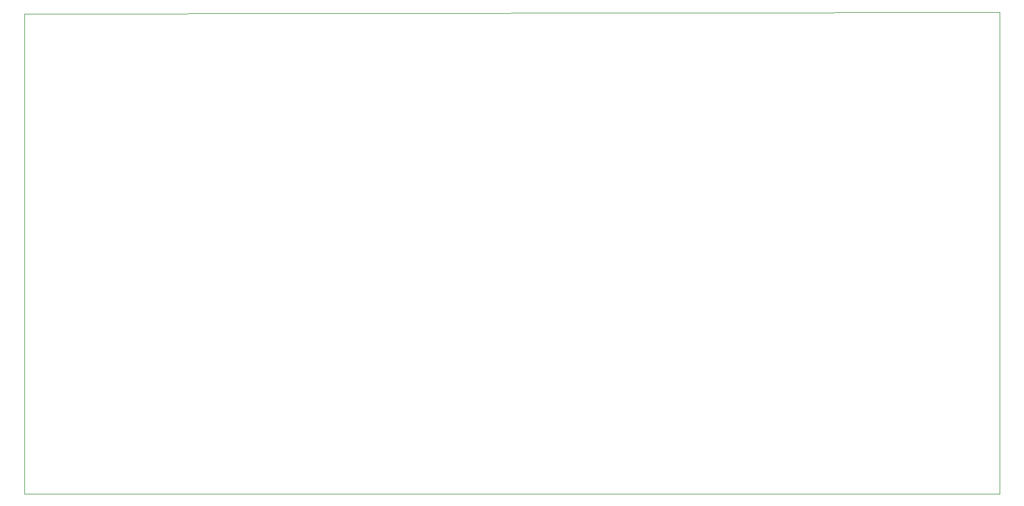
<source format=gm1>
G04 #@! TF.GenerationSoftware,KiCad,Pcbnew,(5.1.10)-1*
G04 #@! TF.CreationDate,2022-03-19T16:06:14-07:00*
G04 #@! TF.ProjectId,Noise Toaster,4e6f6973-6520-4546-9f61-737465722e6b,rev?*
G04 #@! TF.SameCoordinates,Original*
G04 #@! TF.FileFunction,Profile,NP*
%FSLAX46Y46*%
G04 Gerber Fmt 4.6, Leading zero omitted, Abs format (unit mm)*
G04 Created by KiCad (PCBNEW (5.1.10)-1) date 2022-03-19 16:06:14*
%MOMM*%
%LPD*%
G01*
G04 APERTURE LIST*
G04 #@! TA.AperFunction,Profile*
%ADD10C,0.050000*%
G04 #@! TD*
G04 APERTURE END LIST*
D10*
X174498000Y-24892000D02*
X173736000Y-24892000D01*
X174498000Y-98552000D02*
X174498000Y-24892000D01*
X173736000Y-98552000D02*
X174498000Y-98552000D01*
X91186000Y-98552000D02*
X173736000Y-98552000D01*
X173736000Y-24892000D02*
X25400000Y-25146000D01*
X25400000Y-98552000D02*
X91186000Y-98552000D01*
X25400000Y-96520000D02*
X25400000Y-98552000D01*
X25400000Y-25146000D02*
X25400000Y-96520000D01*
M02*

</source>
